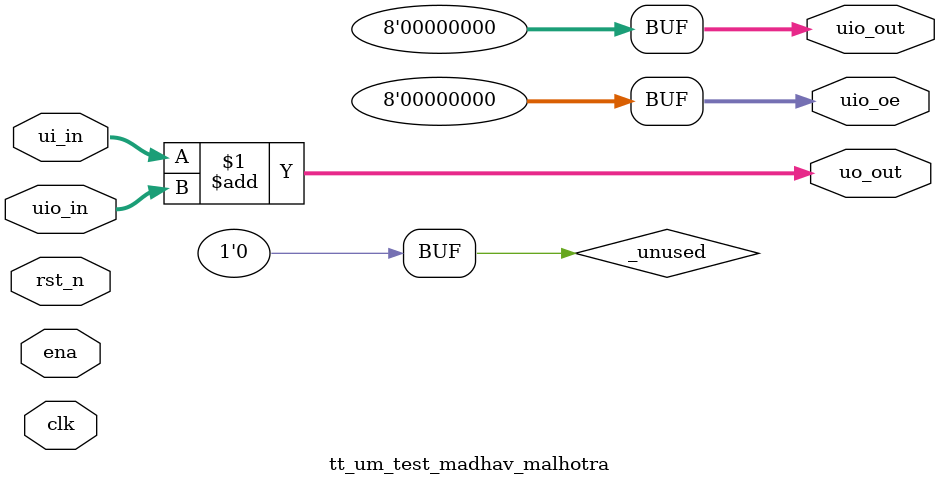
<source format=v>
/*
 * Copyright (c) 2024 Your Name
 * SPDX-License-Identifier: Apache-2.0
 */

`default_nettype none

module tt_um_test_madhav_malhotra (
    input  wire [7:0] ui_in,    // Dedicated inputs
    output wire [7:0] uo_out,   // Dedicated outputs
    input  wire [7:0] uio_in,   // IOs: Input path
    output wire [7:0] uio_out,  // IOs: Output path
    output wire [7:0] uio_oe,   // IOs: Enable path (active high: 0=input, 1=output)
    input  wire       ena,      // always 1 when the design is powered, so you can ignore it
    input  wire       clk,      // clock
    input  wire       rst_n     // reset_n - low to reset
);

  // All output pins must be assigned. If not used, assign to 0.
  assign uo_out  = ui_in + uio_in;  // Example: ou_out is the sum of ui_in and uio_in
  assign uio_out = 0;
  assign uio_oe  = 0; 

  // List all unused inputs to prevent warnings
  wire _unused = &{ena, clk, rst_n, 1'b0};

endmodule

</source>
